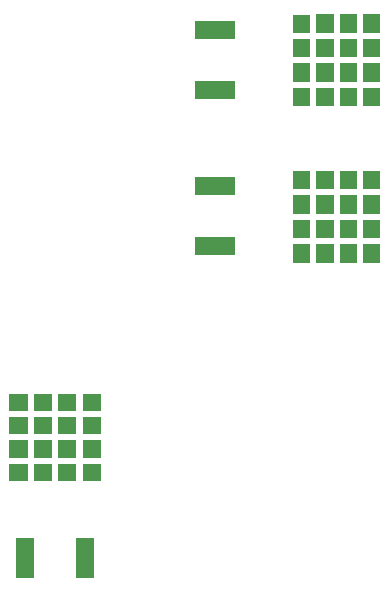
<source format=gbr>
%TF.GenerationSoftware,KiCad,Pcbnew,(6.0.4)*%
%TF.CreationDate,2022-09-08T01:36:39-04:00*%
%TF.ProjectId,Pi_HAT,50695f48-4154-42e6-9b69-6361645f7063,rev?*%
%TF.SameCoordinates,Original*%
%TF.FileFunction,Paste,Bot*%
%TF.FilePolarity,Positive*%
%FSLAX46Y46*%
G04 Gerber Fmt 4.6, Leading zero omitted, Abs format (unit mm)*
G04 Created by KiCad (PCBNEW (6.0.4)) date 2022-09-08 01:36:39*
%MOMM*%
%LPD*%
G01*
G04 APERTURE LIST*
%ADD10C,0.010000*%
%ADD11R,3.500000X1.600000*%
%ADD12R,1.600000X3.500000*%
G04 APERTURE END LIST*
%TO.C,VR1*%
G36*
X141030000Y-86455000D02*
G01*
X139651560Y-86455000D01*
X139651560Y-84983550D01*
X141030000Y-84983550D01*
X141030000Y-86455000D01*
G37*
D10*
X141030000Y-86455000D02*
X139651560Y-86455000D01*
X139651560Y-84983550D01*
X141030000Y-84983550D01*
X141030000Y-86455000D01*
G36*
X141030000Y-84390000D02*
G01*
X139652330Y-84390000D01*
X139652330Y-82915300D01*
X141030000Y-82915300D01*
X141030000Y-84390000D01*
G37*
X141030000Y-84390000D02*
X139652330Y-84390000D01*
X139652330Y-82915300D01*
X141030000Y-82915300D01*
X141030000Y-84390000D01*
G36*
X144970000Y-86455000D02*
G01*
X143593590Y-86455000D01*
X143593590Y-84983920D01*
X144970000Y-84983920D01*
X144970000Y-86455000D01*
G37*
X144970000Y-86455000D02*
X143593590Y-86455000D01*
X143593590Y-84983920D01*
X144970000Y-84983920D01*
X144970000Y-86455000D01*
G36*
X143000000Y-84390000D02*
G01*
X141626490Y-84390000D01*
X141626490Y-82913580D01*
X143000000Y-82913580D01*
X143000000Y-84390000D01*
G37*
X143000000Y-84390000D02*
X141626490Y-84390000D01*
X141626490Y-82913580D01*
X143000000Y-82913580D01*
X143000000Y-84390000D01*
G36*
X139060000Y-86455000D02*
G01*
X137679937Y-86455000D01*
X137679937Y-84983440D01*
X139060000Y-84983440D01*
X139060000Y-86455000D01*
G37*
X139060000Y-86455000D02*
X137679937Y-86455000D01*
X137679937Y-84983440D01*
X139060000Y-84983440D01*
X139060000Y-86455000D01*
G36*
X144970000Y-84390000D02*
G01*
X143600260Y-84390000D01*
X143600260Y-82913270D01*
X144970000Y-82913270D01*
X144970000Y-84390000D01*
G37*
X144970000Y-84390000D02*
X143600260Y-84390000D01*
X143600260Y-82913270D01*
X144970000Y-82913270D01*
X144970000Y-84390000D01*
G36*
X141030000Y-88515000D02*
G01*
X139652330Y-88515000D01*
X139652330Y-87045363D01*
X141030000Y-87045363D01*
X141030000Y-88515000D01*
G37*
X141030000Y-88515000D02*
X139652330Y-88515000D01*
X139652330Y-87045363D01*
X141030000Y-87045363D01*
X141030000Y-88515000D01*
G36*
X139060000Y-90580000D02*
G01*
X137679953Y-90580000D01*
X137679953Y-89111560D01*
X139060000Y-89111560D01*
X139060000Y-90580000D01*
G37*
X139060000Y-90580000D02*
X137679953Y-90580000D01*
X137679953Y-89111560D01*
X139060000Y-89111560D01*
X139060000Y-90580000D01*
G36*
X143000000Y-86455000D02*
G01*
X141624830Y-86455000D01*
X141624830Y-84982800D01*
X143000000Y-84982800D01*
X143000000Y-86455000D01*
G37*
X143000000Y-86455000D02*
X141624830Y-86455000D01*
X141624830Y-84982800D01*
X143000000Y-84982800D01*
X143000000Y-86455000D01*
G36*
X143000000Y-88515000D02*
G01*
X141626460Y-88515000D01*
X141626460Y-87045491D01*
X143000000Y-87045491D01*
X143000000Y-88515000D01*
G37*
X143000000Y-88515000D02*
X141626460Y-88515000D01*
X141626460Y-87045491D01*
X143000000Y-87045491D01*
X143000000Y-88515000D01*
G36*
X144970000Y-88515000D02*
G01*
X143599630Y-88515000D01*
X143599630Y-87045487D01*
X144970000Y-87045487D01*
X144970000Y-88515000D01*
G37*
X144970000Y-88515000D02*
X143599630Y-88515000D01*
X143599630Y-87045487D01*
X144970000Y-87045487D01*
X144970000Y-88515000D01*
G36*
X139060000Y-88515000D02*
G01*
X137679859Y-88515000D01*
X137679859Y-87045591D01*
X139060000Y-87045591D01*
X139060000Y-88515000D01*
G37*
X139060000Y-88515000D02*
X137679859Y-88515000D01*
X137679859Y-87045591D01*
X139060000Y-87045591D01*
X139060000Y-88515000D01*
G36*
X143000000Y-90580000D02*
G01*
X141624090Y-90580000D01*
X141624090Y-89112500D01*
X143000000Y-89112500D01*
X143000000Y-90580000D01*
G37*
X143000000Y-90580000D02*
X141624090Y-90580000D01*
X141624090Y-89112500D01*
X143000000Y-89112500D01*
X143000000Y-90580000D01*
G36*
X144970000Y-90580000D02*
G01*
X143594430Y-90580000D01*
X143594430Y-89111790D01*
X144970000Y-89111790D01*
X144970000Y-90580000D01*
G37*
X144970000Y-90580000D02*
X143594430Y-90580000D01*
X143594430Y-89111790D01*
X144970000Y-89111790D01*
X144970000Y-90580000D01*
G36*
X139060000Y-84390000D02*
G01*
X137679928Y-84390000D01*
X137679928Y-82916130D01*
X139060000Y-82916130D01*
X139060000Y-84390000D01*
G37*
X139060000Y-84390000D02*
X137679928Y-84390000D01*
X137679928Y-82916130D01*
X139060000Y-82916130D01*
X139060000Y-84390000D01*
G36*
X141030000Y-90580000D02*
G01*
X139651310Y-90580000D01*
X139651310Y-89111630D01*
X141030000Y-89111630D01*
X141030000Y-90580000D01*
G37*
X141030000Y-90580000D02*
X139651310Y-90580000D01*
X139651310Y-89111630D01*
X141030000Y-89111630D01*
X141030000Y-90580000D01*
%TO.C,VR2*%
G36*
X139060000Y-103830000D02*
G01*
X137679953Y-103830000D01*
X137679953Y-102361560D01*
X139060000Y-102361560D01*
X139060000Y-103830000D01*
G37*
X139060000Y-103830000D02*
X137679953Y-103830000D01*
X137679953Y-102361560D01*
X139060000Y-102361560D01*
X139060000Y-103830000D01*
G36*
X143000000Y-99705000D02*
G01*
X141624830Y-99705000D01*
X141624830Y-98232800D01*
X143000000Y-98232800D01*
X143000000Y-99705000D01*
G37*
X143000000Y-99705000D02*
X141624830Y-99705000D01*
X141624830Y-98232800D01*
X143000000Y-98232800D01*
X143000000Y-99705000D01*
G36*
X141030000Y-99705000D02*
G01*
X139651560Y-99705000D01*
X139651560Y-98233550D01*
X141030000Y-98233550D01*
X141030000Y-99705000D01*
G37*
X141030000Y-99705000D02*
X139651560Y-99705000D01*
X139651560Y-98233550D01*
X141030000Y-98233550D01*
X141030000Y-99705000D01*
G36*
X144970000Y-97640000D02*
G01*
X143600260Y-97640000D01*
X143600260Y-96163270D01*
X144970000Y-96163270D01*
X144970000Y-97640000D01*
G37*
X144970000Y-97640000D02*
X143600260Y-97640000D01*
X143600260Y-96163270D01*
X144970000Y-96163270D01*
X144970000Y-97640000D01*
G36*
X139060000Y-97640000D02*
G01*
X137679928Y-97640000D01*
X137679928Y-96166130D01*
X139060000Y-96166130D01*
X139060000Y-97640000D01*
G37*
X139060000Y-97640000D02*
X137679928Y-97640000D01*
X137679928Y-96166130D01*
X139060000Y-96166130D01*
X139060000Y-97640000D01*
G36*
X143000000Y-97640000D02*
G01*
X141626490Y-97640000D01*
X141626490Y-96163580D01*
X143000000Y-96163580D01*
X143000000Y-97640000D01*
G37*
X143000000Y-97640000D02*
X141626490Y-97640000D01*
X141626490Y-96163580D01*
X143000000Y-96163580D01*
X143000000Y-97640000D01*
G36*
X141030000Y-101765000D02*
G01*
X139652330Y-101765000D01*
X139652330Y-100295363D01*
X141030000Y-100295363D01*
X141030000Y-101765000D01*
G37*
X141030000Y-101765000D02*
X139652330Y-101765000D01*
X139652330Y-100295363D01*
X141030000Y-100295363D01*
X141030000Y-101765000D01*
G36*
X141030000Y-97640000D02*
G01*
X139652330Y-97640000D01*
X139652330Y-96165300D01*
X141030000Y-96165300D01*
X141030000Y-97640000D01*
G37*
X141030000Y-97640000D02*
X139652330Y-97640000D01*
X139652330Y-96165300D01*
X141030000Y-96165300D01*
X141030000Y-97640000D01*
G36*
X141030000Y-103830000D02*
G01*
X139651310Y-103830000D01*
X139651310Y-102361630D01*
X141030000Y-102361630D01*
X141030000Y-103830000D01*
G37*
X141030000Y-103830000D02*
X139651310Y-103830000D01*
X139651310Y-102361630D01*
X141030000Y-102361630D01*
X141030000Y-103830000D01*
G36*
X143000000Y-101765000D02*
G01*
X141626460Y-101765000D01*
X141626460Y-100295491D01*
X143000000Y-100295491D01*
X143000000Y-101765000D01*
G37*
X143000000Y-101765000D02*
X141626460Y-101765000D01*
X141626460Y-100295491D01*
X143000000Y-100295491D01*
X143000000Y-101765000D01*
G36*
X139060000Y-101765000D02*
G01*
X137679859Y-101765000D01*
X137679859Y-100295591D01*
X139060000Y-100295591D01*
X139060000Y-101765000D01*
G37*
X139060000Y-101765000D02*
X137679859Y-101765000D01*
X137679859Y-100295591D01*
X139060000Y-100295591D01*
X139060000Y-101765000D01*
G36*
X144970000Y-99705000D02*
G01*
X143593590Y-99705000D01*
X143593590Y-98233920D01*
X144970000Y-98233920D01*
X144970000Y-99705000D01*
G37*
X144970000Y-99705000D02*
X143593590Y-99705000D01*
X143593590Y-98233920D01*
X144970000Y-98233920D01*
X144970000Y-99705000D01*
G36*
X144970000Y-101765000D02*
G01*
X143599630Y-101765000D01*
X143599630Y-100295487D01*
X144970000Y-100295487D01*
X144970000Y-101765000D01*
G37*
X144970000Y-101765000D02*
X143599630Y-101765000D01*
X143599630Y-100295487D01*
X144970000Y-100295487D01*
X144970000Y-101765000D01*
G36*
X139060000Y-99705000D02*
G01*
X137679937Y-99705000D01*
X137679937Y-98233440D01*
X139060000Y-98233440D01*
X139060000Y-99705000D01*
G37*
X139060000Y-99705000D02*
X137679937Y-99705000D01*
X137679937Y-98233440D01*
X139060000Y-98233440D01*
X139060000Y-99705000D01*
G36*
X144970000Y-103830000D02*
G01*
X143594430Y-103830000D01*
X143594430Y-102361790D01*
X144970000Y-102361790D01*
X144970000Y-103830000D01*
G37*
X144970000Y-103830000D02*
X143594430Y-103830000D01*
X143594430Y-102361790D01*
X144970000Y-102361790D01*
X144970000Y-103830000D01*
G36*
X143000000Y-103830000D02*
G01*
X141624090Y-103830000D01*
X141624090Y-102362500D01*
X143000000Y-102362500D01*
X143000000Y-103830000D01*
G37*
X143000000Y-103830000D02*
X141624090Y-103830000D01*
X141624090Y-102362500D01*
X143000000Y-102362500D01*
X143000000Y-103830000D01*
%TO.C,VR3*%
G36*
X115140000Y-118373510D02*
G01*
X113663580Y-118373510D01*
X113663580Y-117000000D01*
X115140000Y-117000000D01*
X115140000Y-118373510D01*
G37*
X115140000Y-118373510D02*
X113663580Y-118373510D01*
X113663580Y-117000000D01*
X115140000Y-117000000D01*
X115140000Y-118373510D01*
G36*
X119265000Y-120347670D02*
G01*
X117795363Y-120347670D01*
X117795363Y-118970000D01*
X119265000Y-118970000D01*
X119265000Y-120347670D01*
G37*
X119265000Y-120347670D02*
X117795363Y-120347670D01*
X117795363Y-118970000D01*
X119265000Y-118970000D01*
X119265000Y-120347670D01*
G36*
X119265000Y-122320141D02*
G01*
X117795591Y-122320141D01*
X117795591Y-120940000D01*
X119265000Y-120940000D01*
X119265000Y-122320141D01*
G37*
X119265000Y-122320141D02*
X117795591Y-122320141D01*
X117795591Y-120940000D01*
X119265000Y-120940000D01*
X119265000Y-122320141D01*
G36*
X117205000Y-116406410D02*
G01*
X115733920Y-116406410D01*
X115733920Y-115030000D01*
X117205000Y-115030000D01*
X117205000Y-116406410D01*
G37*
X117205000Y-116406410D02*
X115733920Y-116406410D01*
X115733920Y-115030000D01*
X117205000Y-115030000D01*
X117205000Y-116406410D01*
G36*
X121330000Y-120348690D02*
G01*
X119861630Y-120348690D01*
X119861630Y-118970000D01*
X121330000Y-118970000D01*
X121330000Y-120348690D01*
G37*
X121330000Y-120348690D02*
X119861630Y-120348690D01*
X119861630Y-118970000D01*
X121330000Y-118970000D01*
X121330000Y-120348690D01*
G36*
X117205000Y-118375170D02*
G01*
X115732800Y-118375170D01*
X115732800Y-117000000D01*
X117205000Y-117000000D01*
X117205000Y-118375170D01*
G37*
X117205000Y-118375170D02*
X115732800Y-118375170D01*
X115732800Y-117000000D01*
X117205000Y-117000000D01*
X117205000Y-118375170D01*
G36*
X115140000Y-122320072D02*
G01*
X113666130Y-122320072D01*
X113666130Y-120940000D01*
X115140000Y-120940000D01*
X115140000Y-122320072D01*
G37*
X115140000Y-122320072D02*
X113666130Y-122320072D01*
X113666130Y-120940000D01*
X115140000Y-120940000D01*
X115140000Y-122320072D01*
G36*
X115140000Y-120347670D02*
G01*
X113665300Y-120347670D01*
X113665300Y-118970000D01*
X115140000Y-118970000D01*
X115140000Y-120347670D01*
G37*
X115140000Y-120347670D02*
X113665300Y-120347670D01*
X113665300Y-118970000D01*
X115140000Y-118970000D01*
X115140000Y-120347670D01*
G36*
X115140000Y-116399740D02*
G01*
X113663270Y-116399740D01*
X113663270Y-115030000D01*
X115140000Y-115030000D01*
X115140000Y-116399740D01*
G37*
X115140000Y-116399740D02*
X113663270Y-116399740D01*
X113663270Y-115030000D01*
X115140000Y-115030000D01*
X115140000Y-116399740D01*
G36*
X119265000Y-116400370D02*
G01*
X117795487Y-116400370D01*
X117795487Y-115030000D01*
X119265000Y-115030000D01*
X119265000Y-116400370D01*
G37*
X119265000Y-116400370D02*
X117795487Y-116400370D01*
X117795487Y-115030000D01*
X119265000Y-115030000D01*
X119265000Y-116400370D01*
G36*
X117205000Y-122320063D02*
G01*
X115733440Y-122320063D01*
X115733440Y-120940000D01*
X117205000Y-120940000D01*
X117205000Y-122320063D01*
G37*
X117205000Y-122320063D02*
X115733440Y-122320063D01*
X115733440Y-120940000D01*
X117205000Y-120940000D01*
X117205000Y-122320063D01*
G36*
X121330000Y-116405570D02*
G01*
X119861790Y-116405570D01*
X119861790Y-115030000D01*
X121330000Y-115030000D01*
X121330000Y-116405570D01*
G37*
X121330000Y-116405570D02*
X119861790Y-116405570D01*
X119861790Y-115030000D01*
X121330000Y-115030000D01*
X121330000Y-116405570D01*
G36*
X119265000Y-118373540D02*
G01*
X117795491Y-118373540D01*
X117795491Y-117000000D01*
X119265000Y-117000000D01*
X119265000Y-118373540D01*
G37*
X119265000Y-118373540D02*
X117795491Y-118373540D01*
X117795491Y-117000000D01*
X119265000Y-117000000D01*
X119265000Y-118373540D01*
G36*
X117205000Y-120348440D02*
G01*
X115733550Y-120348440D01*
X115733550Y-118970000D01*
X117205000Y-118970000D01*
X117205000Y-120348440D01*
G37*
X117205000Y-120348440D02*
X115733550Y-120348440D01*
X115733550Y-118970000D01*
X117205000Y-118970000D01*
X117205000Y-120348440D01*
G36*
X121330000Y-118375910D02*
G01*
X119862500Y-118375910D01*
X119862500Y-117000000D01*
X121330000Y-117000000D01*
X121330000Y-118375910D01*
G37*
X121330000Y-118375910D02*
X119862500Y-118375910D01*
X119862500Y-117000000D01*
X121330000Y-117000000D01*
X121330000Y-118375910D01*
G36*
X121330000Y-122320047D02*
G01*
X119861560Y-122320047D01*
X119861560Y-120940000D01*
X121330000Y-120940000D01*
X121330000Y-122320047D01*
G37*
X121330000Y-122320047D02*
X119861560Y-122320047D01*
X119861560Y-120940000D01*
X121330000Y-120940000D01*
X121330000Y-122320047D01*
%TD*%
D11*
%TO.C,VR1*%
X131050000Y-89290000D03*
X131050000Y-84210000D03*
%TD*%
%TO.C,VR2*%
X131050000Y-102540000D03*
X131050000Y-97460000D03*
%TD*%
D12*
%TO.C,VR3*%
X120040000Y-128950000D03*
X114960000Y-128950000D03*
%TD*%
M02*

</source>
